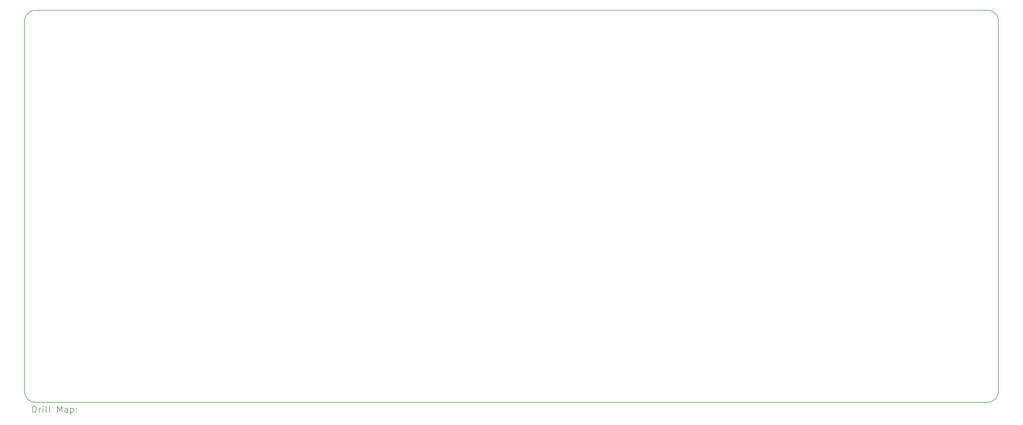
<source format=gbr>
%TF.GenerationSoftware,KiCad,Pcbnew,7.0.10*%
%TF.CreationDate,2024-01-29T15:06:21+01:00*%
%TF.ProjectId,discipline-pcb,64697363-6970-46c6-996e-652d7063622e,rev?*%
%TF.SameCoordinates,Original*%
%TF.FileFunction,Drillmap*%
%TF.FilePolarity,Positive*%
%FSLAX45Y45*%
G04 Gerber Fmt 4.5, Leading zero omitted, Abs format (unit mm)*
G04 Created by KiCad (PCBNEW 7.0.10) date 2024-01-29 15:06:21*
%MOMM*%
%LPD*%
G01*
G04 APERTURE LIST*
%ADD10C,0.150000*%
%ADD11C,0.200000*%
G04 APERTURE END LIST*
D10*
X5376638Y-17719816D02*
G75*
G03*
X5707644Y-18050222I330702J296D01*
G01*
X35535325Y-18050221D02*
G75*
G03*
X35866031Y-17719516I5J330701D01*
G01*
X35866035Y-6100181D02*
G75*
G03*
X35535325Y-5769475I-330705J1D01*
G01*
X35866031Y-6100181D02*
X35866031Y-17719516D01*
X5707344Y-5769478D02*
G75*
G03*
X5376638Y-6100181I-4J-330702D01*
G01*
X5376638Y-17719816D02*
X5376638Y-6100181D01*
X35535325Y-18050222D02*
X5707644Y-18050222D01*
X5707344Y-5769475D02*
X35535325Y-5769475D01*
D11*
X5629915Y-18369206D02*
X5629915Y-18169206D01*
X5629915Y-18169206D02*
X5677534Y-18169206D01*
X5677534Y-18169206D02*
X5706105Y-18178730D01*
X5706105Y-18178730D02*
X5725153Y-18197777D01*
X5725153Y-18197777D02*
X5734677Y-18216825D01*
X5734677Y-18216825D02*
X5744201Y-18254920D01*
X5744201Y-18254920D02*
X5744201Y-18283491D01*
X5744201Y-18283491D02*
X5734677Y-18321587D01*
X5734677Y-18321587D02*
X5725153Y-18340634D01*
X5725153Y-18340634D02*
X5706105Y-18359682D01*
X5706105Y-18359682D02*
X5677534Y-18369206D01*
X5677534Y-18369206D02*
X5629915Y-18369206D01*
X5829915Y-18369206D02*
X5829915Y-18235872D01*
X5829915Y-18273968D02*
X5839439Y-18254920D01*
X5839439Y-18254920D02*
X5848963Y-18245396D01*
X5848963Y-18245396D02*
X5868010Y-18235872D01*
X5868010Y-18235872D02*
X5887058Y-18235872D01*
X5953724Y-18369206D02*
X5953724Y-18235872D01*
X5953724Y-18169206D02*
X5944201Y-18178730D01*
X5944201Y-18178730D02*
X5953724Y-18188253D01*
X5953724Y-18188253D02*
X5963248Y-18178730D01*
X5963248Y-18178730D02*
X5953724Y-18169206D01*
X5953724Y-18169206D02*
X5953724Y-18188253D01*
X6077534Y-18369206D02*
X6058486Y-18359682D01*
X6058486Y-18359682D02*
X6048963Y-18340634D01*
X6048963Y-18340634D02*
X6048963Y-18169206D01*
X6182296Y-18369206D02*
X6163248Y-18359682D01*
X6163248Y-18359682D02*
X6153724Y-18340634D01*
X6153724Y-18340634D02*
X6153724Y-18169206D01*
X6410867Y-18369206D02*
X6410867Y-18169206D01*
X6410867Y-18169206D02*
X6477534Y-18312063D01*
X6477534Y-18312063D02*
X6544201Y-18169206D01*
X6544201Y-18169206D02*
X6544201Y-18369206D01*
X6725153Y-18369206D02*
X6725153Y-18264444D01*
X6725153Y-18264444D02*
X6715629Y-18245396D01*
X6715629Y-18245396D02*
X6696582Y-18235872D01*
X6696582Y-18235872D02*
X6658486Y-18235872D01*
X6658486Y-18235872D02*
X6639439Y-18245396D01*
X6725153Y-18359682D02*
X6706105Y-18369206D01*
X6706105Y-18369206D02*
X6658486Y-18369206D01*
X6658486Y-18369206D02*
X6639439Y-18359682D01*
X6639439Y-18359682D02*
X6629915Y-18340634D01*
X6629915Y-18340634D02*
X6629915Y-18321587D01*
X6629915Y-18321587D02*
X6639439Y-18302539D01*
X6639439Y-18302539D02*
X6658486Y-18293015D01*
X6658486Y-18293015D02*
X6706105Y-18293015D01*
X6706105Y-18293015D02*
X6725153Y-18283491D01*
X6820391Y-18235872D02*
X6820391Y-18435872D01*
X6820391Y-18245396D02*
X6839439Y-18235872D01*
X6839439Y-18235872D02*
X6877534Y-18235872D01*
X6877534Y-18235872D02*
X6896582Y-18245396D01*
X6896582Y-18245396D02*
X6906105Y-18254920D01*
X6906105Y-18254920D02*
X6915629Y-18273968D01*
X6915629Y-18273968D02*
X6915629Y-18331110D01*
X6915629Y-18331110D02*
X6906105Y-18350158D01*
X6906105Y-18350158D02*
X6896582Y-18359682D01*
X6896582Y-18359682D02*
X6877534Y-18369206D01*
X6877534Y-18369206D02*
X6839439Y-18369206D01*
X6839439Y-18369206D02*
X6820391Y-18359682D01*
X7001344Y-18350158D02*
X7010867Y-18359682D01*
X7010867Y-18359682D02*
X7001344Y-18369206D01*
X7001344Y-18369206D02*
X6991820Y-18359682D01*
X6991820Y-18359682D02*
X7001344Y-18350158D01*
X7001344Y-18350158D02*
X7001344Y-18369206D01*
X7001344Y-18245396D02*
X7010867Y-18254920D01*
X7010867Y-18254920D02*
X7001344Y-18264444D01*
X7001344Y-18264444D02*
X6991820Y-18254920D01*
X6991820Y-18254920D02*
X7001344Y-18245396D01*
X7001344Y-18245396D02*
X7001344Y-18264444D01*
M02*

</source>
